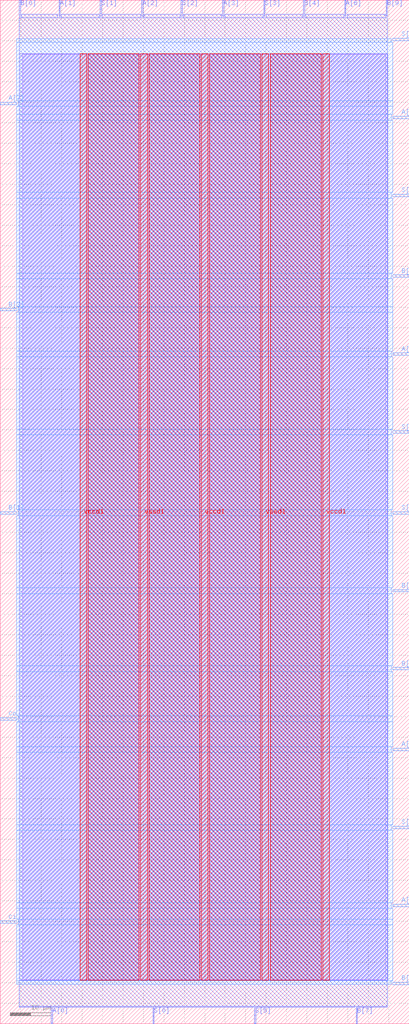
<source format=lef>
VERSION 5.7 ;
  NOWIREEXTENSIONATPIN ON ;
  DIVIDERCHAR "/" ;
  BUSBITCHARS "[]" ;
MACRO cordic
  CLASS BLOCK ;
  FOREIGN cordic ;
  ORIGIN 0.000 0.000 ;
  SIZE 100.000 BY 250.000 ;
  PIN A[0]
    DIRECTION INPUT ;
    USE SIGNAL ;
    PORT
      LAYER met2 ;
        RECT 12.510 0.000 12.790 4.000 ;
    END
  END A[0]
  PIN A[1]
    DIRECTION INPUT ;
    USE SIGNAL ;
    PORT
      LAYER met2 ;
        RECT 14.350 246.000 14.630 250.000 ;
    END
  END A[1]
  PIN A[2]
    DIRECTION INPUT ;
    USE SIGNAL ;
    PORT
      LAYER met2 ;
        RECT 34.590 246.000 34.870 250.000 ;
    END
  END A[2]
  PIN A[3]
    DIRECTION INPUT ;
    USE SIGNAL ;
    PORT
      LAYER met2 ;
        RECT 54.370 246.000 54.650 250.000 ;
    END
  END A[3]
  PIN A[4]
    DIRECTION INPUT ;
    USE SIGNAL ;
    PORT
      LAYER met3 ;
        RECT 96.000 28.600 100.000 29.200 ;
    END
  END A[4]
  PIN A[5]
    DIRECTION INPUT ;
    USE SIGNAL ;
    PORT
      LAYER met3 ;
        RECT 96.000 66.680 100.000 67.280 ;
    END
  END A[5]
  PIN A[6]
    DIRECTION INPUT ;
    USE SIGNAL ;
    PORT
      LAYER met2 ;
        RECT 84.270 246.000 84.550 250.000 ;
    END
  END A[6]
  PIN A[7]
    DIRECTION INPUT ;
    USE SIGNAL ;
    PORT
      LAYER met3 ;
        RECT 0.000 224.440 4.000 225.040 ;
    END
  END A[7]
  PIN A[8]
    DIRECTION INPUT ;
    USE SIGNAL ;
    PORT
      LAYER met3 ;
        RECT 96.000 163.240 100.000 163.840 ;
    END
  END A[8]
  PIN A[9]
    DIRECTION INPUT ;
    USE SIGNAL ;
    PORT
      LAYER met3 ;
        RECT 96.000 221.040 100.000 221.640 ;
    END
  END A[9]
  PIN B[0]
    DIRECTION INPUT ;
    USE SIGNAL ;
    PORT
      LAYER met2 ;
        RECT 4.690 246.000 4.970 250.000 ;
    END
  END B[0]
  PIN B[1]
    DIRECTION INPUT ;
    USE SIGNAL ;
    PORT
      LAYER met3 ;
        RECT 0.000 124.480 4.000 125.080 ;
    END
  END B[1]
  PIN B[2]
    DIRECTION INPUT ;
    USE SIGNAL ;
    PORT
      LAYER met3 ;
        RECT 96.000 9.560 100.000 10.160 ;
    END
  END B[2]
  PIN B[3]
    DIRECTION INPUT ;
    USE SIGNAL ;
    PORT
      LAYER met3 ;
        RECT 0.000 174.120 4.000 174.720 ;
    END
  END B[3]
  PIN B[4]
    DIRECTION INPUT ;
    USE SIGNAL ;
    PORT
      LAYER met2 ;
        RECT 74.150 246.000 74.430 250.000 ;
    END
  END B[4]
  PIN B[5]
    DIRECTION INPUT ;
    USE SIGNAL ;
    PORT
      LAYER met3 ;
        RECT 96.000 86.400 100.000 87.000 ;
    END
  END B[5]
  PIN B[6]
    DIRECTION INPUT ;
    USE SIGNAL ;
    PORT
      LAYER met3 ;
        RECT 96.000 105.440 100.000 106.040 ;
    END
  END B[6]
  PIN B[7]
    DIRECTION INPUT ;
    USE SIGNAL ;
    PORT
      LAYER met2 ;
        RECT 87.030 0.000 87.310 4.000 ;
    END
  END B[7]
  PIN B[8]
    DIRECTION INPUT ;
    USE SIGNAL ;
    PORT
      LAYER met3 ;
        RECT 96.000 182.280 100.000 182.880 ;
    END
  END B[8]
  PIN B[9]
    DIRECTION INPUT ;
    USE SIGNAL ;
    PORT
      LAYER met2 ;
        RECT 94.390 246.000 94.670 250.000 ;
    END
  END B[9]
  PIN Ci
    DIRECTION INPUT ;
    USE SIGNAL ;
    PORT
      LAYER met3 ;
        RECT 0.000 24.520 4.000 25.120 ;
    END
  END Ci
  PIN Co
    DIRECTION OUTPUT TRISTATE ;
    USE SIGNAL ;
    PORT
      LAYER met3 ;
        RECT 0.000 74.160 4.000 74.760 ;
    END
  END Co
  PIN S[0]
    DIRECTION OUTPUT TRISTATE ;
    USE SIGNAL ;
    PORT
      LAYER met2 ;
        RECT 37.350 0.000 37.630 4.000 ;
    END
  END S[0]
  PIN S[1]
    DIRECTION OUTPUT TRISTATE ;
    USE SIGNAL ;
    PORT
      LAYER met2 ;
        RECT 24.470 246.000 24.750 250.000 ;
    END
  END S[1]
  PIN S[2]
    DIRECTION OUTPUT TRISTATE ;
    USE SIGNAL ;
    PORT
      LAYER met2 ;
        RECT 44.250 246.000 44.530 250.000 ;
    END
  END S[2]
  PIN S[3]
    DIRECTION OUTPUT TRISTATE ;
    USE SIGNAL ;
    PORT
      LAYER met2 ;
        RECT 64.490 246.000 64.770 250.000 ;
    END
  END S[3]
  PIN S[4]
    DIRECTION OUTPUT TRISTATE ;
    USE SIGNAL ;
    PORT
      LAYER met3 ;
        RECT 96.000 47.640 100.000 48.240 ;
    END
  END S[4]
  PIN S[5]
    DIRECTION OUTPUT TRISTATE ;
    USE SIGNAL ;
    PORT
      LAYER met2 ;
        RECT 62.190 0.000 62.470 4.000 ;
    END
  END S[5]
  PIN S[6]
    DIRECTION OUTPUT TRISTATE ;
    USE SIGNAL ;
    PORT
      LAYER met3 ;
        RECT 96.000 124.480 100.000 125.080 ;
    END
  END S[6]
  PIN S[7]
    DIRECTION OUTPUT TRISTATE ;
    USE SIGNAL ;
    PORT
      LAYER met3 ;
        RECT 96.000 144.200 100.000 144.800 ;
    END
  END S[7]
  PIN S[8]
    DIRECTION OUTPUT TRISTATE ;
    USE SIGNAL ;
    PORT
      LAYER met3 ;
        RECT 96.000 202.000 100.000 202.600 ;
    END
  END S[8]
  PIN S[9]
    DIRECTION OUTPUT TRISTATE ;
    USE SIGNAL ;
    PORT
      LAYER met3 ;
        RECT 96.000 240.080 100.000 240.680 ;
    END
  END S[9]
  PIN vccd1
    DIRECTION INPUT ;
    USE POWER ;
    PORT
      LAYER met4 ;
        RECT 19.550 10.640 21.150 236.880 ;
    END
    PORT
      LAYER met4 ;
        RECT 49.200 10.640 50.800 236.880 ;
    END
    PORT
      LAYER met4 ;
        RECT 78.855 10.640 80.455 236.880 ;
    END
  END vccd1
  PIN vssd1
    DIRECTION INPUT ;
    USE GROUND ;
    PORT
      LAYER met4 ;
        RECT 34.370 10.640 35.970 236.880 ;
    END
    PORT
      LAYER met4 ;
        RECT 64.025 10.640 65.625 236.880 ;
    END
  END vssd1
  OBS
      LAYER li1 ;
        RECT 5.520 10.795 94.300 236.725 ;
      LAYER met1 ;
        RECT 4.670 10.640 94.690 236.880 ;
      LAYER met2 ;
        RECT 5.250 245.720 14.070 246.570 ;
        RECT 14.910 245.720 24.190 246.570 ;
        RECT 25.030 245.720 34.310 246.570 ;
        RECT 35.150 245.720 43.970 246.570 ;
        RECT 44.810 245.720 54.090 246.570 ;
        RECT 54.930 245.720 64.210 246.570 ;
        RECT 65.050 245.720 73.870 246.570 ;
        RECT 74.710 245.720 83.990 246.570 ;
        RECT 84.830 245.720 94.110 246.570 ;
        RECT 4.700 4.280 94.660 245.720 ;
        RECT 4.700 4.000 12.230 4.280 ;
        RECT 13.070 4.000 37.070 4.280 ;
        RECT 37.910 4.000 61.910 4.280 ;
        RECT 62.750 4.000 86.750 4.280 ;
        RECT 87.590 4.000 94.660 4.280 ;
      LAYER met3 ;
        RECT 4.000 239.680 95.600 240.545 ;
        RECT 4.000 225.440 96.000 239.680 ;
        RECT 4.400 224.040 96.000 225.440 ;
        RECT 4.000 222.040 96.000 224.040 ;
        RECT 4.000 220.640 95.600 222.040 ;
        RECT 4.000 203.000 96.000 220.640 ;
        RECT 4.000 201.600 95.600 203.000 ;
        RECT 4.000 183.280 96.000 201.600 ;
        RECT 4.000 181.880 95.600 183.280 ;
        RECT 4.000 175.120 96.000 181.880 ;
        RECT 4.400 173.720 96.000 175.120 ;
        RECT 4.000 164.240 96.000 173.720 ;
        RECT 4.000 162.840 95.600 164.240 ;
        RECT 4.000 145.200 96.000 162.840 ;
        RECT 4.000 143.800 95.600 145.200 ;
        RECT 4.000 125.480 96.000 143.800 ;
        RECT 4.400 124.080 95.600 125.480 ;
        RECT 4.000 106.440 96.000 124.080 ;
        RECT 4.000 105.040 95.600 106.440 ;
        RECT 4.000 87.400 96.000 105.040 ;
        RECT 4.000 86.000 95.600 87.400 ;
        RECT 4.000 75.160 96.000 86.000 ;
        RECT 4.400 73.760 96.000 75.160 ;
        RECT 4.000 67.680 96.000 73.760 ;
        RECT 4.000 66.280 95.600 67.680 ;
        RECT 4.000 48.640 96.000 66.280 ;
        RECT 4.000 47.240 95.600 48.640 ;
        RECT 4.000 29.600 96.000 47.240 ;
        RECT 4.000 28.200 95.600 29.600 ;
        RECT 4.000 25.520 96.000 28.200 ;
        RECT 4.400 24.120 96.000 25.520 ;
        RECT 4.000 10.560 96.000 24.120 ;
        RECT 4.000 9.695 95.600 10.560 ;
      LAYER met4 ;
        RECT 21.550 10.640 33.970 236.880 ;
        RECT 36.370 10.640 48.800 236.880 ;
        RECT 51.200 10.640 63.625 236.880 ;
        RECT 66.025 10.640 78.455 236.880 ;
  END
END cordic
END LIBRARY


</source>
